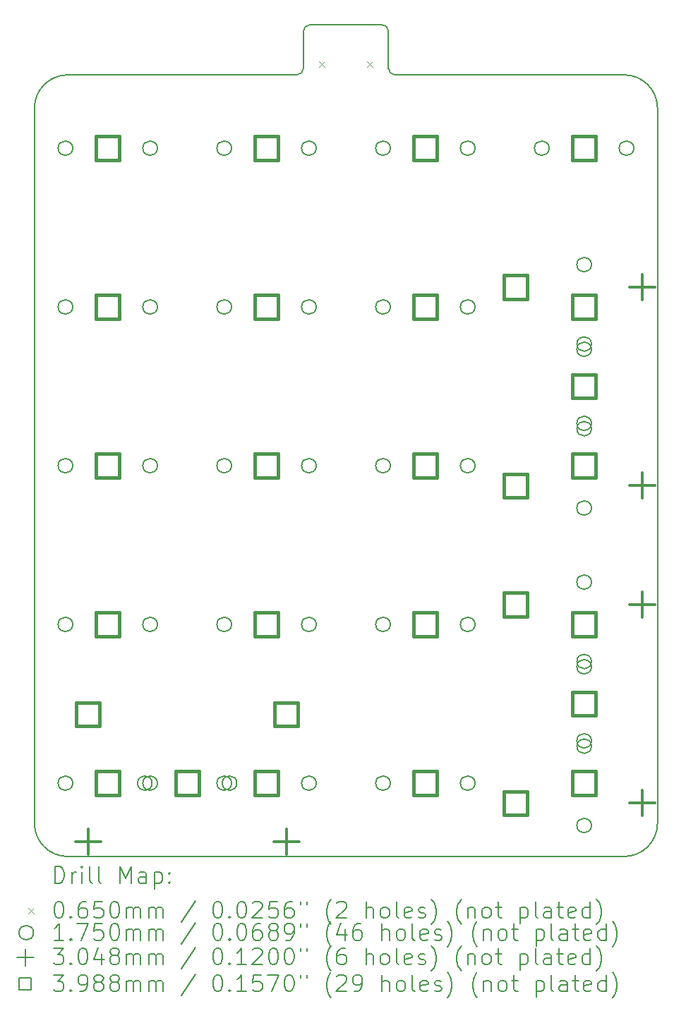
<source format=gbr>
%FSLAX45Y45*%
G04 Gerber Fmt 4.5, Leading zero omitted, Abs format (unit mm)*
G04 Created by KiCad (PCBNEW (6.0.6)) date 2022-08-23 00:03:32*
%MOMM*%
%LPD*%
G01*
G04 APERTURE LIST*
%TA.AperFunction,Profile*%
%ADD10C,0.200000*%
%TD*%
%ADD11C,0.200000*%
%ADD12C,0.065000*%
%ADD13C,0.175000*%
%ADD14C,0.304800*%
%ADD15C,0.398780*%
G04 APERTURE END LIST*
D10*
X6629375Y-4711255D02*
G75*
G03*
X6554375Y-4786250I-5J-74995D01*
G01*
X3726875Y-14691250D02*
X10401875Y-14691250D01*
X10401875Y-14691255D02*
G75*
G03*
X10801875Y-14291250I-5J400005D01*
G01*
X7499375Y-4711250D02*
X6629375Y-4711250D01*
X7574375Y-5231250D02*
X7574375Y-4786250D01*
X6474375Y-5311245D02*
G75*
G03*
X6554375Y-5231250I5J79995D01*
G01*
X7574380Y-5231250D02*
G75*
G03*
X7654375Y-5311250I80000J0D01*
G01*
X10801880Y-5711250D02*
G75*
G03*
X10401875Y-5311250I-400000J0D01*
G01*
X3326875Y-5711250D02*
X3326875Y-14291250D01*
X10801875Y-14291250D02*
X10801875Y-5711250D01*
X10401875Y-5311250D02*
X7654375Y-5311250D01*
X6554375Y-4786250D02*
X6554375Y-5231250D01*
X3326875Y-14291250D02*
G75*
G03*
X3726875Y-14691250I400000J0D01*
G01*
X6474375Y-5311250D02*
X3726875Y-5311250D01*
X7574370Y-4786250D02*
G75*
G03*
X7499375Y-4711250I-75000J0D01*
G01*
X3726875Y-5311250D02*
G75*
G03*
X3326875Y-5711250I0J-400000D01*
G01*
D11*
D12*
X6742875Y-5148750D02*
X6807875Y-5213750D01*
X6807875Y-5148750D02*
X6742875Y-5213750D01*
X7320875Y-5148750D02*
X7385875Y-5213750D01*
X7385875Y-5148750D02*
X7320875Y-5213750D01*
D13*
X3786375Y-6191250D02*
G75*
G03*
X3786375Y-6191250I-87500J0D01*
G01*
X3786375Y-8096250D02*
G75*
G03*
X3786375Y-8096250I-87500J0D01*
G01*
X3786375Y-10001250D02*
G75*
G03*
X3786375Y-10001250I-87500J0D01*
G01*
X3786375Y-11906250D02*
G75*
G03*
X3786375Y-11906250I-87500J0D01*
G01*
X3786375Y-13811250D02*
G75*
G03*
X3786375Y-13811250I-87500J0D01*
G01*
X4738875Y-13811250D02*
G75*
G03*
X4738875Y-13811250I-87500J0D01*
G01*
X4802375Y-6191250D02*
G75*
G03*
X4802375Y-6191250I-87500J0D01*
G01*
X4802375Y-8096250D02*
G75*
G03*
X4802375Y-8096250I-87500J0D01*
G01*
X4802375Y-10001250D02*
G75*
G03*
X4802375Y-10001250I-87500J0D01*
G01*
X4802375Y-11906250D02*
G75*
G03*
X4802375Y-11906250I-87500J0D01*
G01*
X4802375Y-13811250D02*
G75*
G03*
X4802375Y-13811250I-87500J0D01*
G01*
X5691375Y-6191250D02*
G75*
G03*
X5691375Y-6191250I-87500J0D01*
G01*
X5691375Y-8096250D02*
G75*
G03*
X5691375Y-8096250I-87500J0D01*
G01*
X5691375Y-10001250D02*
G75*
G03*
X5691375Y-10001250I-87500J0D01*
G01*
X5691375Y-11906250D02*
G75*
G03*
X5691375Y-11906250I-87500J0D01*
G01*
X5691375Y-13811250D02*
G75*
G03*
X5691375Y-13811250I-87500J0D01*
G01*
X5754875Y-13811250D02*
G75*
G03*
X5754875Y-13811250I-87500J0D01*
G01*
X6707375Y-6191250D02*
G75*
G03*
X6707375Y-6191250I-87500J0D01*
G01*
X6707375Y-8096250D02*
G75*
G03*
X6707375Y-8096250I-87500J0D01*
G01*
X6707375Y-10001250D02*
G75*
G03*
X6707375Y-10001250I-87500J0D01*
G01*
X6707375Y-11906250D02*
G75*
G03*
X6707375Y-11906250I-87500J0D01*
G01*
X6707375Y-13811250D02*
G75*
G03*
X6707375Y-13811250I-87500J0D01*
G01*
X7596375Y-6191250D02*
G75*
G03*
X7596375Y-6191250I-87500J0D01*
G01*
X7596375Y-8096250D02*
G75*
G03*
X7596375Y-8096250I-87500J0D01*
G01*
X7596375Y-10001250D02*
G75*
G03*
X7596375Y-10001250I-87500J0D01*
G01*
X7596375Y-11906250D02*
G75*
G03*
X7596375Y-11906250I-87500J0D01*
G01*
X7596375Y-13811250D02*
G75*
G03*
X7596375Y-13811250I-87500J0D01*
G01*
X8612375Y-6191250D02*
G75*
G03*
X8612375Y-6191250I-87500J0D01*
G01*
X8612375Y-8096250D02*
G75*
G03*
X8612375Y-8096250I-87500J0D01*
G01*
X8612375Y-10001250D02*
G75*
G03*
X8612375Y-10001250I-87500J0D01*
G01*
X8612375Y-11906250D02*
G75*
G03*
X8612375Y-11906250I-87500J0D01*
G01*
X8612375Y-13811250D02*
G75*
G03*
X8612375Y-13811250I-87500J0D01*
G01*
X9501375Y-6191250D02*
G75*
G03*
X9501375Y-6191250I-87500J0D01*
G01*
X10009375Y-7588250D02*
G75*
G03*
X10009375Y-7588250I-87500J0D01*
G01*
X10009375Y-8540750D02*
G75*
G03*
X10009375Y-8540750I-87500J0D01*
G01*
X10009375Y-8604250D02*
G75*
G03*
X10009375Y-8604250I-87500J0D01*
G01*
X10009375Y-9493250D02*
G75*
G03*
X10009375Y-9493250I-87500J0D01*
G01*
X10009375Y-9556750D02*
G75*
G03*
X10009375Y-9556750I-87500J0D01*
G01*
X10009375Y-10509250D02*
G75*
G03*
X10009375Y-10509250I-87500J0D01*
G01*
X10009375Y-11398250D02*
G75*
G03*
X10009375Y-11398250I-87500J0D01*
G01*
X10009375Y-12350750D02*
G75*
G03*
X10009375Y-12350750I-87500J0D01*
G01*
X10009375Y-12414250D02*
G75*
G03*
X10009375Y-12414250I-87500J0D01*
G01*
X10009375Y-13303250D02*
G75*
G03*
X10009375Y-13303250I-87500J0D01*
G01*
X10009375Y-13366750D02*
G75*
G03*
X10009375Y-13366750I-87500J0D01*
G01*
X10009375Y-14319250D02*
G75*
G03*
X10009375Y-14319250I-87500J0D01*
G01*
X10517375Y-6191250D02*
G75*
G03*
X10517375Y-6191250I-87500J0D01*
G01*
D14*
X3968750Y-14357350D02*
X3968750Y-14662150D01*
X3816350Y-14509750D02*
X4121150Y-14509750D01*
X6350000Y-14357350D02*
X6350000Y-14662150D01*
X6197600Y-14509750D02*
X6502400Y-14509750D01*
X10620375Y-7705725D02*
X10620375Y-8010525D01*
X10467975Y-7858125D02*
X10772775Y-7858125D01*
X10620375Y-10086975D02*
X10620375Y-10391775D01*
X10467975Y-10239375D02*
X10772775Y-10239375D01*
X10620375Y-11515725D02*
X10620375Y-11820525D01*
X10467975Y-11668125D02*
X10772775Y-11668125D01*
X10620375Y-13896975D02*
X10620375Y-14201775D01*
X10467975Y-14049375D02*
X10772775Y-14049375D01*
D15*
X4109741Y-13126741D02*
X4109741Y-12844759D01*
X3827759Y-12844759D01*
X3827759Y-13126741D01*
X4109741Y-13126741D01*
X4347866Y-6332241D02*
X4347866Y-6050259D01*
X4065884Y-6050259D01*
X4065884Y-6332241D01*
X4347866Y-6332241D01*
X4347866Y-8237241D02*
X4347866Y-7955259D01*
X4065884Y-7955259D01*
X4065884Y-8237241D01*
X4347866Y-8237241D01*
X4347866Y-10142241D02*
X4347866Y-9860259D01*
X4065884Y-9860259D01*
X4065884Y-10142241D01*
X4347866Y-10142241D01*
X4347866Y-12047241D02*
X4347866Y-11765259D01*
X4065884Y-11765259D01*
X4065884Y-12047241D01*
X4347866Y-12047241D01*
X4347866Y-13952241D02*
X4347866Y-13670259D01*
X4065884Y-13670259D01*
X4065884Y-13952241D01*
X4347866Y-13952241D01*
X5300366Y-13952241D02*
X5300366Y-13670259D01*
X5018384Y-13670259D01*
X5018384Y-13952241D01*
X5300366Y-13952241D01*
X6252866Y-6332241D02*
X6252866Y-6050259D01*
X5970884Y-6050259D01*
X5970884Y-6332241D01*
X6252866Y-6332241D01*
X6252866Y-8237241D02*
X6252866Y-7955259D01*
X5970884Y-7955259D01*
X5970884Y-8237241D01*
X6252866Y-8237241D01*
X6252866Y-10142241D02*
X6252866Y-9860259D01*
X5970884Y-9860259D01*
X5970884Y-10142241D01*
X6252866Y-10142241D01*
X6252866Y-12047241D02*
X6252866Y-11765259D01*
X5970884Y-11765259D01*
X5970884Y-12047241D01*
X6252866Y-12047241D01*
X6252866Y-13952241D02*
X6252866Y-13670259D01*
X5970884Y-13670259D01*
X5970884Y-13952241D01*
X6252866Y-13952241D01*
X6490991Y-13126741D02*
X6490991Y-12844759D01*
X6209009Y-12844759D01*
X6209009Y-13126741D01*
X6490991Y-13126741D01*
X8157866Y-6332241D02*
X8157866Y-6050259D01*
X7875884Y-6050259D01*
X7875884Y-6332241D01*
X8157866Y-6332241D01*
X8157866Y-8237241D02*
X8157866Y-7955259D01*
X7875884Y-7955259D01*
X7875884Y-8237241D01*
X8157866Y-8237241D01*
X8157866Y-10142241D02*
X8157866Y-9860259D01*
X7875884Y-9860259D01*
X7875884Y-10142241D01*
X8157866Y-10142241D01*
X8157866Y-12047241D02*
X8157866Y-11765259D01*
X7875884Y-11765259D01*
X7875884Y-12047241D01*
X8157866Y-12047241D01*
X8157866Y-13952241D02*
X8157866Y-13670259D01*
X7875884Y-13670259D01*
X7875884Y-13952241D01*
X8157866Y-13952241D01*
X9237366Y-7999116D02*
X9237366Y-7717134D01*
X8955384Y-7717134D01*
X8955384Y-7999116D01*
X9237366Y-7999116D01*
X9237366Y-10380366D02*
X9237366Y-10098384D01*
X8955384Y-10098384D01*
X8955384Y-10380366D01*
X9237366Y-10380366D01*
X9237366Y-11809116D02*
X9237366Y-11527134D01*
X8955384Y-11527134D01*
X8955384Y-11809116D01*
X9237366Y-11809116D01*
X9237366Y-14190366D02*
X9237366Y-13908384D01*
X8955384Y-13908384D01*
X8955384Y-14190366D01*
X9237366Y-14190366D01*
X10062866Y-6332241D02*
X10062866Y-6050259D01*
X9780884Y-6050259D01*
X9780884Y-6332241D01*
X10062866Y-6332241D01*
X10062866Y-8237241D02*
X10062866Y-7955259D01*
X9780884Y-7955259D01*
X9780884Y-8237241D01*
X10062866Y-8237241D01*
X10062866Y-9189741D02*
X10062866Y-8907759D01*
X9780884Y-8907759D01*
X9780884Y-9189741D01*
X10062866Y-9189741D01*
X10062866Y-10142241D02*
X10062866Y-9860259D01*
X9780884Y-9860259D01*
X9780884Y-10142241D01*
X10062866Y-10142241D01*
X10062866Y-12047241D02*
X10062866Y-11765259D01*
X9780884Y-11765259D01*
X9780884Y-12047241D01*
X10062866Y-12047241D01*
X10062866Y-12999741D02*
X10062866Y-12717759D01*
X9780884Y-12717759D01*
X9780884Y-12999741D01*
X10062866Y-12999741D01*
X10062866Y-13952241D02*
X10062866Y-13670259D01*
X9780884Y-13670259D01*
X9780884Y-13952241D01*
X10062866Y-13952241D01*
D11*
X3574494Y-15011726D02*
X3574494Y-14811726D01*
X3622113Y-14811726D01*
X3650684Y-14821250D01*
X3669732Y-14840298D01*
X3679256Y-14859345D01*
X3688780Y-14897440D01*
X3688780Y-14926012D01*
X3679256Y-14964107D01*
X3669732Y-14983155D01*
X3650684Y-15002202D01*
X3622113Y-15011726D01*
X3574494Y-15011726D01*
X3774494Y-15011726D02*
X3774494Y-14878393D01*
X3774494Y-14916488D02*
X3784018Y-14897440D01*
X3793541Y-14887917D01*
X3812589Y-14878393D01*
X3831637Y-14878393D01*
X3898303Y-15011726D02*
X3898303Y-14878393D01*
X3898303Y-14811726D02*
X3888780Y-14821250D01*
X3898303Y-14830774D01*
X3907827Y-14821250D01*
X3898303Y-14811726D01*
X3898303Y-14830774D01*
X4022113Y-15011726D02*
X4003065Y-15002202D01*
X3993541Y-14983155D01*
X3993541Y-14811726D01*
X4126875Y-15011726D02*
X4107827Y-15002202D01*
X4098303Y-14983155D01*
X4098303Y-14811726D01*
X4355446Y-15011726D02*
X4355446Y-14811726D01*
X4422113Y-14954583D01*
X4488780Y-14811726D01*
X4488780Y-15011726D01*
X4669732Y-15011726D02*
X4669732Y-14906964D01*
X4660208Y-14887917D01*
X4641161Y-14878393D01*
X4603065Y-14878393D01*
X4584018Y-14887917D01*
X4669732Y-15002202D02*
X4650684Y-15011726D01*
X4603065Y-15011726D01*
X4584018Y-15002202D01*
X4574494Y-14983155D01*
X4574494Y-14964107D01*
X4584018Y-14945059D01*
X4603065Y-14935536D01*
X4650684Y-14935536D01*
X4669732Y-14926012D01*
X4764970Y-14878393D02*
X4764970Y-15078393D01*
X4764970Y-14887917D02*
X4784018Y-14878393D01*
X4822113Y-14878393D01*
X4841161Y-14887917D01*
X4850684Y-14897440D01*
X4860208Y-14916488D01*
X4860208Y-14973631D01*
X4850684Y-14992678D01*
X4841161Y-15002202D01*
X4822113Y-15011726D01*
X4784018Y-15011726D01*
X4764970Y-15002202D01*
X4945923Y-14992678D02*
X4955446Y-15002202D01*
X4945923Y-15011726D01*
X4936399Y-15002202D01*
X4945923Y-14992678D01*
X4945923Y-15011726D01*
X4945923Y-14887917D02*
X4955446Y-14897440D01*
X4945923Y-14906964D01*
X4936399Y-14897440D01*
X4945923Y-14887917D01*
X4945923Y-14906964D01*
D12*
X3251875Y-15308750D02*
X3316875Y-15373750D01*
X3316875Y-15308750D02*
X3251875Y-15373750D01*
D11*
X3612589Y-15231726D02*
X3631637Y-15231726D01*
X3650684Y-15241250D01*
X3660208Y-15250774D01*
X3669732Y-15269821D01*
X3679256Y-15307917D01*
X3679256Y-15355536D01*
X3669732Y-15393631D01*
X3660208Y-15412678D01*
X3650684Y-15422202D01*
X3631637Y-15431726D01*
X3612589Y-15431726D01*
X3593541Y-15422202D01*
X3584018Y-15412678D01*
X3574494Y-15393631D01*
X3564970Y-15355536D01*
X3564970Y-15307917D01*
X3574494Y-15269821D01*
X3584018Y-15250774D01*
X3593541Y-15241250D01*
X3612589Y-15231726D01*
X3764970Y-15412678D02*
X3774494Y-15422202D01*
X3764970Y-15431726D01*
X3755446Y-15422202D01*
X3764970Y-15412678D01*
X3764970Y-15431726D01*
X3945922Y-15231726D02*
X3907827Y-15231726D01*
X3888780Y-15241250D01*
X3879256Y-15250774D01*
X3860208Y-15279345D01*
X3850684Y-15317440D01*
X3850684Y-15393631D01*
X3860208Y-15412678D01*
X3869732Y-15422202D01*
X3888780Y-15431726D01*
X3926875Y-15431726D01*
X3945922Y-15422202D01*
X3955446Y-15412678D01*
X3964970Y-15393631D01*
X3964970Y-15346012D01*
X3955446Y-15326964D01*
X3945922Y-15317440D01*
X3926875Y-15307917D01*
X3888780Y-15307917D01*
X3869732Y-15317440D01*
X3860208Y-15326964D01*
X3850684Y-15346012D01*
X4145922Y-15231726D02*
X4050684Y-15231726D01*
X4041161Y-15326964D01*
X4050684Y-15317440D01*
X4069732Y-15307917D01*
X4117351Y-15307917D01*
X4136399Y-15317440D01*
X4145922Y-15326964D01*
X4155446Y-15346012D01*
X4155446Y-15393631D01*
X4145922Y-15412678D01*
X4136399Y-15422202D01*
X4117351Y-15431726D01*
X4069732Y-15431726D01*
X4050684Y-15422202D01*
X4041161Y-15412678D01*
X4279256Y-15231726D02*
X4298303Y-15231726D01*
X4317351Y-15241250D01*
X4326875Y-15250774D01*
X4336399Y-15269821D01*
X4345923Y-15307917D01*
X4345923Y-15355536D01*
X4336399Y-15393631D01*
X4326875Y-15412678D01*
X4317351Y-15422202D01*
X4298303Y-15431726D01*
X4279256Y-15431726D01*
X4260208Y-15422202D01*
X4250684Y-15412678D01*
X4241161Y-15393631D01*
X4231637Y-15355536D01*
X4231637Y-15307917D01*
X4241161Y-15269821D01*
X4250684Y-15250774D01*
X4260208Y-15241250D01*
X4279256Y-15231726D01*
X4431637Y-15431726D02*
X4431637Y-15298393D01*
X4431637Y-15317440D02*
X4441161Y-15307917D01*
X4460208Y-15298393D01*
X4488780Y-15298393D01*
X4507827Y-15307917D01*
X4517351Y-15326964D01*
X4517351Y-15431726D01*
X4517351Y-15326964D02*
X4526875Y-15307917D01*
X4545923Y-15298393D01*
X4574494Y-15298393D01*
X4593542Y-15307917D01*
X4603065Y-15326964D01*
X4603065Y-15431726D01*
X4698303Y-15431726D02*
X4698303Y-15298393D01*
X4698303Y-15317440D02*
X4707827Y-15307917D01*
X4726875Y-15298393D01*
X4755446Y-15298393D01*
X4774494Y-15307917D01*
X4784018Y-15326964D01*
X4784018Y-15431726D01*
X4784018Y-15326964D02*
X4793542Y-15307917D01*
X4812589Y-15298393D01*
X4841161Y-15298393D01*
X4860208Y-15307917D01*
X4869732Y-15326964D01*
X4869732Y-15431726D01*
X5260208Y-15222202D02*
X5088780Y-15479345D01*
X5517351Y-15231726D02*
X5536399Y-15231726D01*
X5555446Y-15241250D01*
X5564970Y-15250774D01*
X5574494Y-15269821D01*
X5584018Y-15307917D01*
X5584018Y-15355536D01*
X5574494Y-15393631D01*
X5564970Y-15412678D01*
X5555446Y-15422202D01*
X5536399Y-15431726D01*
X5517351Y-15431726D01*
X5498303Y-15422202D01*
X5488780Y-15412678D01*
X5479256Y-15393631D01*
X5469732Y-15355536D01*
X5469732Y-15307917D01*
X5479256Y-15269821D01*
X5488780Y-15250774D01*
X5498303Y-15241250D01*
X5517351Y-15231726D01*
X5669732Y-15412678D02*
X5679256Y-15422202D01*
X5669732Y-15431726D01*
X5660208Y-15422202D01*
X5669732Y-15412678D01*
X5669732Y-15431726D01*
X5803065Y-15231726D02*
X5822113Y-15231726D01*
X5841161Y-15241250D01*
X5850684Y-15250774D01*
X5860208Y-15269821D01*
X5869732Y-15307917D01*
X5869732Y-15355536D01*
X5860208Y-15393631D01*
X5850684Y-15412678D01*
X5841161Y-15422202D01*
X5822113Y-15431726D01*
X5803065Y-15431726D01*
X5784018Y-15422202D01*
X5774494Y-15412678D01*
X5764970Y-15393631D01*
X5755446Y-15355536D01*
X5755446Y-15307917D01*
X5764970Y-15269821D01*
X5774494Y-15250774D01*
X5784018Y-15241250D01*
X5803065Y-15231726D01*
X5945922Y-15250774D02*
X5955446Y-15241250D01*
X5974494Y-15231726D01*
X6022113Y-15231726D01*
X6041161Y-15241250D01*
X6050684Y-15250774D01*
X6060208Y-15269821D01*
X6060208Y-15288869D01*
X6050684Y-15317440D01*
X5936399Y-15431726D01*
X6060208Y-15431726D01*
X6241161Y-15231726D02*
X6145922Y-15231726D01*
X6136399Y-15326964D01*
X6145922Y-15317440D01*
X6164970Y-15307917D01*
X6212589Y-15307917D01*
X6231637Y-15317440D01*
X6241161Y-15326964D01*
X6250684Y-15346012D01*
X6250684Y-15393631D01*
X6241161Y-15412678D01*
X6231637Y-15422202D01*
X6212589Y-15431726D01*
X6164970Y-15431726D01*
X6145922Y-15422202D01*
X6136399Y-15412678D01*
X6422113Y-15231726D02*
X6384018Y-15231726D01*
X6364970Y-15241250D01*
X6355446Y-15250774D01*
X6336399Y-15279345D01*
X6326875Y-15317440D01*
X6326875Y-15393631D01*
X6336399Y-15412678D01*
X6345922Y-15422202D01*
X6364970Y-15431726D01*
X6403065Y-15431726D01*
X6422113Y-15422202D01*
X6431637Y-15412678D01*
X6441161Y-15393631D01*
X6441161Y-15346012D01*
X6431637Y-15326964D01*
X6422113Y-15317440D01*
X6403065Y-15307917D01*
X6364970Y-15307917D01*
X6345922Y-15317440D01*
X6336399Y-15326964D01*
X6326875Y-15346012D01*
X6517351Y-15231726D02*
X6517351Y-15269821D01*
X6593541Y-15231726D02*
X6593541Y-15269821D01*
X6888780Y-15507917D02*
X6879256Y-15498393D01*
X6860208Y-15469821D01*
X6850684Y-15450774D01*
X6841161Y-15422202D01*
X6831637Y-15374583D01*
X6831637Y-15336488D01*
X6841161Y-15288869D01*
X6850684Y-15260298D01*
X6860208Y-15241250D01*
X6879256Y-15212678D01*
X6888780Y-15203155D01*
X6955446Y-15250774D02*
X6964970Y-15241250D01*
X6984018Y-15231726D01*
X7031637Y-15231726D01*
X7050684Y-15241250D01*
X7060208Y-15250774D01*
X7069732Y-15269821D01*
X7069732Y-15288869D01*
X7060208Y-15317440D01*
X6945922Y-15431726D01*
X7069732Y-15431726D01*
X7307827Y-15431726D02*
X7307827Y-15231726D01*
X7393541Y-15431726D02*
X7393541Y-15326964D01*
X7384018Y-15307917D01*
X7364970Y-15298393D01*
X7336399Y-15298393D01*
X7317351Y-15307917D01*
X7307827Y-15317440D01*
X7517351Y-15431726D02*
X7498303Y-15422202D01*
X7488780Y-15412678D01*
X7479256Y-15393631D01*
X7479256Y-15336488D01*
X7488780Y-15317440D01*
X7498303Y-15307917D01*
X7517351Y-15298393D01*
X7545922Y-15298393D01*
X7564970Y-15307917D01*
X7574494Y-15317440D01*
X7584018Y-15336488D01*
X7584018Y-15393631D01*
X7574494Y-15412678D01*
X7564970Y-15422202D01*
X7545922Y-15431726D01*
X7517351Y-15431726D01*
X7698303Y-15431726D02*
X7679256Y-15422202D01*
X7669732Y-15403155D01*
X7669732Y-15231726D01*
X7850684Y-15422202D02*
X7831637Y-15431726D01*
X7793541Y-15431726D01*
X7774494Y-15422202D01*
X7764970Y-15403155D01*
X7764970Y-15326964D01*
X7774494Y-15307917D01*
X7793541Y-15298393D01*
X7831637Y-15298393D01*
X7850684Y-15307917D01*
X7860208Y-15326964D01*
X7860208Y-15346012D01*
X7764970Y-15365059D01*
X7936399Y-15422202D02*
X7955446Y-15431726D01*
X7993541Y-15431726D01*
X8012589Y-15422202D01*
X8022113Y-15403155D01*
X8022113Y-15393631D01*
X8012589Y-15374583D01*
X7993541Y-15365059D01*
X7964970Y-15365059D01*
X7945922Y-15355536D01*
X7936399Y-15336488D01*
X7936399Y-15326964D01*
X7945922Y-15307917D01*
X7964970Y-15298393D01*
X7993541Y-15298393D01*
X8012589Y-15307917D01*
X8088780Y-15507917D02*
X8098303Y-15498393D01*
X8117351Y-15469821D01*
X8126875Y-15450774D01*
X8136399Y-15422202D01*
X8145922Y-15374583D01*
X8145922Y-15336488D01*
X8136399Y-15288869D01*
X8126875Y-15260298D01*
X8117351Y-15241250D01*
X8098303Y-15212678D01*
X8088780Y-15203155D01*
X8450684Y-15507917D02*
X8441161Y-15498393D01*
X8422113Y-15469821D01*
X8412589Y-15450774D01*
X8403065Y-15422202D01*
X8393542Y-15374583D01*
X8393542Y-15336488D01*
X8403065Y-15288869D01*
X8412589Y-15260298D01*
X8422113Y-15241250D01*
X8441161Y-15212678D01*
X8450684Y-15203155D01*
X8526875Y-15298393D02*
X8526875Y-15431726D01*
X8526875Y-15317440D02*
X8536399Y-15307917D01*
X8555446Y-15298393D01*
X8584018Y-15298393D01*
X8603065Y-15307917D01*
X8612589Y-15326964D01*
X8612589Y-15431726D01*
X8736399Y-15431726D02*
X8717351Y-15422202D01*
X8707827Y-15412678D01*
X8698303Y-15393631D01*
X8698303Y-15336488D01*
X8707827Y-15317440D01*
X8717351Y-15307917D01*
X8736399Y-15298393D01*
X8764970Y-15298393D01*
X8784018Y-15307917D01*
X8793542Y-15317440D01*
X8803065Y-15336488D01*
X8803065Y-15393631D01*
X8793542Y-15412678D01*
X8784018Y-15422202D01*
X8764970Y-15431726D01*
X8736399Y-15431726D01*
X8860208Y-15298393D02*
X8936399Y-15298393D01*
X8888780Y-15231726D02*
X8888780Y-15403155D01*
X8898303Y-15422202D01*
X8917351Y-15431726D01*
X8936399Y-15431726D01*
X9155446Y-15298393D02*
X9155446Y-15498393D01*
X9155446Y-15307917D02*
X9174494Y-15298393D01*
X9212589Y-15298393D01*
X9231637Y-15307917D01*
X9241161Y-15317440D01*
X9250684Y-15336488D01*
X9250684Y-15393631D01*
X9241161Y-15412678D01*
X9231637Y-15422202D01*
X9212589Y-15431726D01*
X9174494Y-15431726D01*
X9155446Y-15422202D01*
X9364970Y-15431726D02*
X9345923Y-15422202D01*
X9336399Y-15403155D01*
X9336399Y-15231726D01*
X9526875Y-15431726D02*
X9526875Y-15326964D01*
X9517351Y-15307917D01*
X9498303Y-15298393D01*
X9460208Y-15298393D01*
X9441161Y-15307917D01*
X9526875Y-15422202D02*
X9507827Y-15431726D01*
X9460208Y-15431726D01*
X9441161Y-15422202D01*
X9431637Y-15403155D01*
X9431637Y-15384107D01*
X9441161Y-15365059D01*
X9460208Y-15355536D01*
X9507827Y-15355536D01*
X9526875Y-15346012D01*
X9593542Y-15298393D02*
X9669732Y-15298393D01*
X9622113Y-15231726D02*
X9622113Y-15403155D01*
X9631637Y-15422202D01*
X9650684Y-15431726D01*
X9669732Y-15431726D01*
X9812589Y-15422202D02*
X9793542Y-15431726D01*
X9755446Y-15431726D01*
X9736399Y-15422202D01*
X9726875Y-15403155D01*
X9726875Y-15326964D01*
X9736399Y-15307917D01*
X9755446Y-15298393D01*
X9793542Y-15298393D01*
X9812589Y-15307917D01*
X9822113Y-15326964D01*
X9822113Y-15346012D01*
X9726875Y-15365059D01*
X9993542Y-15431726D02*
X9993542Y-15231726D01*
X9993542Y-15422202D02*
X9974494Y-15431726D01*
X9936399Y-15431726D01*
X9917351Y-15422202D01*
X9907827Y-15412678D01*
X9898303Y-15393631D01*
X9898303Y-15336488D01*
X9907827Y-15317440D01*
X9917351Y-15307917D01*
X9936399Y-15298393D01*
X9974494Y-15298393D01*
X9993542Y-15307917D01*
X10069732Y-15507917D02*
X10079256Y-15498393D01*
X10098303Y-15469821D01*
X10107827Y-15450774D01*
X10117351Y-15422202D01*
X10126875Y-15374583D01*
X10126875Y-15336488D01*
X10117351Y-15288869D01*
X10107827Y-15260298D01*
X10098303Y-15241250D01*
X10079256Y-15212678D01*
X10069732Y-15203155D01*
D13*
X3316875Y-15605250D02*
G75*
G03*
X3316875Y-15605250I-87500J0D01*
G01*
D11*
X3679256Y-15695726D02*
X3564970Y-15695726D01*
X3622113Y-15695726D02*
X3622113Y-15495726D01*
X3603065Y-15524298D01*
X3584018Y-15543345D01*
X3564970Y-15552869D01*
X3764970Y-15676678D02*
X3774494Y-15686202D01*
X3764970Y-15695726D01*
X3755446Y-15686202D01*
X3764970Y-15676678D01*
X3764970Y-15695726D01*
X3841161Y-15495726D02*
X3974494Y-15495726D01*
X3888780Y-15695726D01*
X4145922Y-15495726D02*
X4050684Y-15495726D01*
X4041161Y-15590964D01*
X4050684Y-15581440D01*
X4069732Y-15571917D01*
X4117351Y-15571917D01*
X4136399Y-15581440D01*
X4145922Y-15590964D01*
X4155446Y-15610012D01*
X4155446Y-15657631D01*
X4145922Y-15676678D01*
X4136399Y-15686202D01*
X4117351Y-15695726D01*
X4069732Y-15695726D01*
X4050684Y-15686202D01*
X4041161Y-15676678D01*
X4279256Y-15495726D02*
X4298303Y-15495726D01*
X4317351Y-15505250D01*
X4326875Y-15514774D01*
X4336399Y-15533821D01*
X4345923Y-15571917D01*
X4345923Y-15619536D01*
X4336399Y-15657631D01*
X4326875Y-15676678D01*
X4317351Y-15686202D01*
X4298303Y-15695726D01*
X4279256Y-15695726D01*
X4260208Y-15686202D01*
X4250684Y-15676678D01*
X4241161Y-15657631D01*
X4231637Y-15619536D01*
X4231637Y-15571917D01*
X4241161Y-15533821D01*
X4250684Y-15514774D01*
X4260208Y-15505250D01*
X4279256Y-15495726D01*
X4431637Y-15695726D02*
X4431637Y-15562393D01*
X4431637Y-15581440D02*
X4441161Y-15571917D01*
X4460208Y-15562393D01*
X4488780Y-15562393D01*
X4507827Y-15571917D01*
X4517351Y-15590964D01*
X4517351Y-15695726D01*
X4517351Y-15590964D02*
X4526875Y-15571917D01*
X4545923Y-15562393D01*
X4574494Y-15562393D01*
X4593542Y-15571917D01*
X4603065Y-15590964D01*
X4603065Y-15695726D01*
X4698303Y-15695726D02*
X4698303Y-15562393D01*
X4698303Y-15581440D02*
X4707827Y-15571917D01*
X4726875Y-15562393D01*
X4755446Y-15562393D01*
X4774494Y-15571917D01*
X4784018Y-15590964D01*
X4784018Y-15695726D01*
X4784018Y-15590964D02*
X4793542Y-15571917D01*
X4812589Y-15562393D01*
X4841161Y-15562393D01*
X4860208Y-15571917D01*
X4869732Y-15590964D01*
X4869732Y-15695726D01*
X5260208Y-15486202D02*
X5088780Y-15743345D01*
X5517351Y-15495726D02*
X5536399Y-15495726D01*
X5555446Y-15505250D01*
X5564970Y-15514774D01*
X5574494Y-15533821D01*
X5584018Y-15571917D01*
X5584018Y-15619536D01*
X5574494Y-15657631D01*
X5564970Y-15676678D01*
X5555446Y-15686202D01*
X5536399Y-15695726D01*
X5517351Y-15695726D01*
X5498303Y-15686202D01*
X5488780Y-15676678D01*
X5479256Y-15657631D01*
X5469732Y-15619536D01*
X5469732Y-15571917D01*
X5479256Y-15533821D01*
X5488780Y-15514774D01*
X5498303Y-15505250D01*
X5517351Y-15495726D01*
X5669732Y-15676678D02*
X5679256Y-15686202D01*
X5669732Y-15695726D01*
X5660208Y-15686202D01*
X5669732Y-15676678D01*
X5669732Y-15695726D01*
X5803065Y-15495726D02*
X5822113Y-15495726D01*
X5841161Y-15505250D01*
X5850684Y-15514774D01*
X5860208Y-15533821D01*
X5869732Y-15571917D01*
X5869732Y-15619536D01*
X5860208Y-15657631D01*
X5850684Y-15676678D01*
X5841161Y-15686202D01*
X5822113Y-15695726D01*
X5803065Y-15695726D01*
X5784018Y-15686202D01*
X5774494Y-15676678D01*
X5764970Y-15657631D01*
X5755446Y-15619536D01*
X5755446Y-15571917D01*
X5764970Y-15533821D01*
X5774494Y-15514774D01*
X5784018Y-15505250D01*
X5803065Y-15495726D01*
X6041161Y-15495726D02*
X6003065Y-15495726D01*
X5984018Y-15505250D01*
X5974494Y-15514774D01*
X5955446Y-15543345D01*
X5945922Y-15581440D01*
X5945922Y-15657631D01*
X5955446Y-15676678D01*
X5964970Y-15686202D01*
X5984018Y-15695726D01*
X6022113Y-15695726D01*
X6041161Y-15686202D01*
X6050684Y-15676678D01*
X6060208Y-15657631D01*
X6060208Y-15610012D01*
X6050684Y-15590964D01*
X6041161Y-15581440D01*
X6022113Y-15571917D01*
X5984018Y-15571917D01*
X5964970Y-15581440D01*
X5955446Y-15590964D01*
X5945922Y-15610012D01*
X6174494Y-15581440D02*
X6155446Y-15571917D01*
X6145922Y-15562393D01*
X6136399Y-15543345D01*
X6136399Y-15533821D01*
X6145922Y-15514774D01*
X6155446Y-15505250D01*
X6174494Y-15495726D01*
X6212589Y-15495726D01*
X6231637Y-15505250D01*
X6241161Y-15514774D01*
X6250684Y-15533821D01*
X6250684Y-15543345D01*
X6241161Y-15562393D01*
X6231637Y-15571917D01*
X6212589Y-15581440D01*
X6174494Y-15581440D01*
X6155446Y-15590964D01*
X6145922Y-15600488D01*
X6136399Y-15619536D01*
X6136399Y-15657631D01*
X6145922Y-15676678D01*
X6155446Y-15686202D01*
X6174494Y-15695726D01*
X6212589Y-15695726D01*
X6231637Y-15686202D01*
X6241161Y-15676678D01*
X6250684Y-15657631D01*
X6250684Y-15619536D01*
X6241161Y-15600488D01*
X6231637Y-15590964D01*
X6212589Y-15581440D01*
X6345922Y-15695726D02*
X6384018Y-15695726D01*
X6403065Y-15686202D01*
X6412589Y-15676678D01*
X6431637Y-15648107D01*
X6441161Y-15610012D01*
X6441161Y-15533821D01*
X6431637Y-15514774D01*
X6422113Y-15505250D01*
X6403065Y-15495726D01*
X6364970Y-15495726D01*
X6345922Y-15505250D01*
X6336399Y-15514774D01*
X6326875Y-15533821D01*
X6326875Y-15581440D01*
X6336399Y-15600488D01*
X6345922Y-15610012D01*
X6364970Y-15619536D01*
X6403065Y-15619536D01*
X6422113Y-15610012D01*
X6431637Y-15600488D01*
X6441161Y-15581440D01*
X6517351Y-15495726D02*
X6517351Y-15533821D01*
X6593541Y-15495726D02*
X6593541Y-15533821D01*
X6888780Y-15771917D02*
X6879256Y-15762393D01*
X6860208Y-15733821D01*
X6850684Y-15714774D01*
X6841161Y-15686202D01*
X6831637Y-15638583D01*
X6831637Y-15600488D01*
X6841161Y-15552869D01*
X6850684Y-15524298D01*
X6860208Y-15505250D01*
X6879256Y-15476678D01*
X6888780Y-15467155D01*
X7050684Y-15562393D02*
X7050684Y-15695726D01*
X7003065Y-15486202D02*
X6955446Y-15629059D01*
X7079256Y-15629059D01*
X7241161Y-15495726D02*
X7203065Y-15495726D01*
X7184018Y-15505250D01*
X7174494Y-15514774D01*
X7155446Y-15543345D01*
X7145922Y-15581440D01*
X7145922Y-15657631D01*
X7155446Y-15676678D01*
X7164970Y-15686202D01*
X7184018Y-15695726D01*
X7222113Y-15695726D01*
X7241161Y-15686202D01*
X7250684Y-15676678D01*
X7260208Y-15657631D01*
X7260208Y-15610012D01*
X7250684Y-15590964D01*
X7241161Y-15581440D01*
X7222113Y-15571917D01*
X7184018Y-15571917D01*
X7164970Y-15581440D01*
X7155446Y-15590964D01*
X7145922Y-15610012D01*
X7498303Y-15695726D02*
X7498303Y-15495726D01*
X7584018Y-15695726D02*
X7584018Y-15590964D01*
X7574494Y-15571917D01*
X7555446Y-15562393D01*
X7526875Y-15562393D01*
X7507827Y-15571917D01*
X7498303Y-15581440D01*
X7707827Y-15695726D02*
X7688780Y-15686202D01*
X7679256Y-15676678D01*
X7669732Y-15657631D01*
X7669732Y-15600488D01*
X7679256Y-15581440D01*
X7688780Y-15571917D01*
X7707827Y-15562393D01*
X7736399Y-15562393D01*
X7755446Y-15571917D01*
X7764970Y-15581440D01*
X7774494Y-15600488D01*
X7774494Y-15657631D01*
X7764970Y-15676678D01*
X7755446Y-15686202D01*
X7736399Y-15695726D01*
X7707827Y-15695726D01*
X7888780Y-15695726D02*
X7869732Y-15686202D01*
X7860208Y-15667155D01*
X7860208Y-15495726D01*
X8041161Y-15686202D02*
X8022113Y-15695726D01*
X7984018Y-15695726D01*
X7964970Y-15686202D01*
X7955446Y-15667155D01*
X7955446Y-15590964D01*
X7964970Y-15571917D01*
X7984018Y-15562393D01*
X8022113Y-15562393D01*
X8041161Y-15571917D01*
X8050684Y-15590964D01*
X8050684Y-15610012D01*
X7955446Y-15629059D01*
X8126875Y-15686202D02*
X8145922Y-15695726D01*
X8184018Y-15695726D01*
X8203065Y-15686202D01*
X8212589Y-15667155D01*
X8212589Y-15657631D01*
X8203065Y-15638583D01*
X8184018Y-15629059D01*
X8155446Y-15629059D01*
X8136399Y-15619536D01*
X8126875Y-15600488D01*
X8126875Y-15590964D01*
X8136399Y-15571917D01*
X8155446Y-15562393D01*
X8184018Y-15562393D01*
X8203065Y-15571917D01*
X8279256Y-15771917D02*
X8288780Y-15762393D01*
X8307827Y-15733821D01*
X8317351Y-15714774D01*
X8326875Y-15686202D01*
X8336399Y-15638583D01*
X8336399Y-15600488D01*
X8326875Y-15552869D01*
X8317351Y-15524298D01*
X8307827Y-15505250D01*
X8288780Y-15476678D01*
X8279256Y-15467155D01*
X8641161Y-15771917D02*
X8631637Y-15762393D01*
X8612589Y-15733821D01*
X8603065Y-15714774D01*
X8593542Y-15686202D01*
X8584018Y-15638583D01*
X8584018Y-15600488D01*
X8593542Y-15552869D01*
X8603065Y-15524298D01*
X8612589Y-15505250D01*
X8631637Y-15476678D01*
X8641161Y-15467155D01*
X8717351Y-15562393D02*
X8717351Y-15695726D01*
X8717351Y-15581440D02*
X8726875Y-15571917D01*
X8745923Y-15562393D01*
X8774494Y-15562393D01*
X8793542Y-15571917D01*
X8803065Y-15590964D01*
X8803065Y-15695726D01*
X8926875Y-15695726D02*
X8907827Y-15686202D01*
X8898303Y-15676678D01*
X8888780Y-15657631D01*
X8888780Y-15600488D01*
X8898303Y-15581440D01*
X8907827Y-15571917D01*
X8926875Y-15562393D01*
X8955446Y-15562393D01*
X8974494Y-15571917D01*
X8984018Y-15581440D01*
X8993542Y-15600488D01*
X8993542Y-15657631D01*
X8984018Y-15676678D01*
X8974494Y-15686202D01*
X8955446Y-15695726D01*
X8926875Y-15695726D01*
X9050684Y-15562393D02*
X9126875Y-15562393D01*
X9079256Y-15495726D02*
X9079256Y-15667155D01*
X9088780Y-15686202D01*
X9107827Y-15695726D01*
X9126875Y-15695726D01*
X9345923Y-15562393D02*
X9345923Y-15762393D01*
X9345923Y-15571917D02*
X9364970Y-15562393D01*
X9403065Y-15562393D01*
X9422113Y-15571917D01*
X9431637Y-15581440D01*
X9441161Y-15600488D01*
X9441161Y-15657631D01*
X9431637Y-15676678D01*
X9422113Y-15686202D01*
X9403065Y-15695726D01*
X9364970Y-15695726D01*
X9345923Y-15686202D01*
X9555446Y-15695726D02*
X9536399Y-15686202D01*
X9526875Y-15667155D01*
X9526875Y-15495726D01*
X9717351Y-15695726D02*
X9717351Y-15590964D01*
X9707827Y-15571917D01*
X9688780Y-15562393D01*
X9650684Y-15562393D01*
X9631637Y-15571917D01*
X9717351Y-15686202D02*
X9698303Y-15695726D01*
X9650684Y-15695726D01*
X9631637Y-15686202D01*
X9622113Y-15667155D01*
X9622113Y-15648107D01*
X9631637Y-15629059D01*
X9650684Y-15619536D01*
X9698303Y-15619536D01*
X9717351Y-15610012D01*
X9784018Y-15562393D02*
X9860208Y-15562393D01*
X9812589Y-15495726D02*
X9812589Y-15667155D01*
X9822113Y-15686202D01*
X9841161Y-15695726D01*
X9860208Y-15695726D01*
X10003065Y-15686202D02*
X9984018Y-15695726D01*
X9945923Y-15695726D01*
X9926875Y-15686202D01*
X9917351Y-15667155D01*
X9917351Y-15590964D01*
X9926875Y-15571917D01*
X9945923Y-15562393D01*
X9984018Y-15562393D01*
X10003065Y-15571917D01*
X10012589Y-15590964D01*
X10012589Y-15610012D01*
X9917351Y-15629059D01*
X10184018Y-15695726D02*
X10184018Y-15495726D01*
X10184018Y-15686202D02*
X10164970Y-15695726D01*
X10126875Y-15695726D01*
X10107827Y-15686202D01*
X10098303Y-15676678D01*
X10088780Y-15657631D01*
X10088780Y-15600488D01*
X10098303Y-15581440D01*
X10107827Y-15571917D01*
X10126875Y-15562393D01*
X10164970Y-15562393D01*
X10184018Y-15571917D01*
X10260208Y-15771917D02*
X10269732Y-15762393D01*
X10288780Y-15733821D01*
X10298303Y-15714774D01*
X10307827Y-15686202D01*
X10317351Y-15638583D01*
X10317351Y-15600488D01*
X10307827Y-15552869D01*
X10298303Y-15524298D01*
X10288780Y-15505250D01*
X10269732Y-15476678D01*
X10260208Y-15467155D01*
X3216875Y-15800250D02*
X3216875Y-16000250D01*
X3116875Y-15900250D02*
X3316875Y-15900250D01*
X3555446Y-15790726D02*
X3679256Y-15790726D01*
X3612589Y-15866917D01*
X3641161Y-15866917D01*
X3660208Y-15876440D01*
X3669732Y-15885964D01*
X3679256Y-15905012D01*
X3679256Y-15952631D01*
X3669732Y-15971678D01*
X3660208Y-15981202D01*
X3641161Y-15990726D01*
X3584018Y-15990726D01*
X3564970Y-15981202D01*
X3555446Y-15971678D01*
X3764970Y-15971678D02*
X3774494Y-15981202D01*
X3764970Y-15990726D01*
X3755446Y-15981202D01*
X3764970Y-15971678D01*
X3764970Y-15990726D01*
X3898303Y-15790726D02*
X3917351Y-15790726D01*
X3936399Y-15800250D01*
X3945922Y-15809774D01*
X3955446Y-15828821D01*
X3964970Y-15866917D01*
X3964970Y-15914536D01*
X3955446Y-15952631D01*
X3945922Y-15971678D01*
X3936399Y-15981202D01*
X3917351Y-15990726D01*
X3898303Y-15990726D01*
X3879256Y-15981202D01*
X3869732Y-15971678D01*
X3860208Y-15952631D01*
X3850684Y-15914536D01*
X3850684Y-15866917D01*
X3860208Y-15828821D01*
X3869732Y-15809774D01*
X3879256Y-15800250D01*
X3898303Y-15790726D01*
X4136399Y-15857393D02*
X4136399Y-15990726D01*
X4088780Y-15781202D02*
X4041161Y-15924059D01*
X4164970Y-15924059D01*
X4269732Y-15876440D02*
X4250684Y-15866917D01*
X4241161Y-15857393D01*
X4231637Y-15838345D01*
X4231637Y-15828821D01*
X4241161Y-15809774D01*
X4250684Y-15800250D01*
X4269732Y-15790726D01*
X4307827Y-15790726D01*
X4326875Y-15800250D01*
X4336399Y-15809774D01*
X4345923Y-15828821D01*
X4345923Y-15838345D01*
X4336399Y-15857393D01*
X4326875Y-15866917D01*
X4307827Y-15876440D01*
X4269732Y-15876440D01*
X4250684Y-15885964D01*
X4241161Y-15895488D01*
X4231637Y-15914536D01*
X4231637Y-15952631D01*
X4241161Y-15971678D01*
X4250684Y-15981202D01*
X4269732Y-15990726D01*
X4307827Y-15990726D01*
X4326875Y-15981202D01*
X4336399Y-15971678D01*
X4345923Y-15952631D01*
X4345923Y-15914536D01*
X4336399Y-15895488D01*
X4326875Y-15885964D01*
X4307827Y-15876440D01*
X4431637Y-15990726D02*
X4431637Y-15857393D01*
X4431637Y-15876440D02*
X4441161Y-15866917D01*
X4460208Y-15857393D01*
X4488780Y-15857393D01*
X4507827Y-15866917D01*
X4517351Y-15885964D01*
X4517351Y-15990726D01*
X4517351Y-15885964D02*
X4526875Y-15866917D01*
X4545923Y-15857393D01*
X4574494Y-15857393D01*
X4593542Y-15866917D01*
X4603065Y-15885964D01*
X4603065Y-15990726D01*
X4698303Y-15990726D02*
X4698303Y-15857393D01*
X4698303Y-15876440D02*
X4707827Y-15866917D01*
X4726875Y-15857393D01*
X4755446Y-15857393D01*
X4774494Y-15866917D01*
X4784018Y-15885964D01*
X4784018Y-15990726D01*
X4784018Y-15885964D02*
X4793542Y-15866917D01*
X4812589Y-15857393D01*
X4841161Y-15857393D01*
X4860208Y-15866917D01*
X4869732Y-15885964D01*
X4869732Y-15990726D01*
X5260208Y-15781202D02*
X5088780Y-16038345D01*
X5517351Y-15790726D02*
X5536399Y-15790726D01*
X5555446Y-15800250D01*
X5564970Y-15809774D01*
X5574494Y-15828821D01*
X5584018Y-15866917D01*
X5584018Y-15914536D01*
X5574494Y-15952631D01*
X5564970Y-15971678D01*
X5555446Y-15981202D01*
X5536399Y-15990726D01*
X5517351Y-15990726D01*
X5498303Y-15981202D01*
X5488780Y-15971678D01*
X5479256Y-15952631D01*
X5469732Y-15914536D01*
X5469732Y-15866917D01*
X5479256Y-15828821D01*
X5488780Y-15809774D01*
X5498303Y-15800250D01*
X5517351Y-15790726D01*
X5669732Y-15971678D02*
X5679256Y-15981202D01*
X5669732Y-15990726D01*
X5660208Y-15981202D01*
X5669732Y-15971678D01*
X5669732Y-15990726D01*
X5869732Y-15990726D02*
X5755446Y-15990726D01*
X5812589Y-15990726D02*
X5812589Y-15790726D01*
X5793541Y-15819298D01*
X5774494Y-15838345D01*
X5755446Y-15847869D01*
X5945922Y-15809774D02*
X5955446Y-15800250D01*
X5974494Y-15790726D01*
X6022113Y-15790726D01*
X6041161Y-15800250D01*
X6050684Y-15809774D01*
X6060208Y-15828821D01*
X6060208Y-15847869D01*
X6050684Y-15876440D01*
X5936399Y-15990726D01*
X6060208Y-15990726D01*
X6184018Y-15790726D02*
X6203065Y-15790726D01*
X6222113Y-15800250D01*
X6231637Y-15809774D01*
X6241161Y-15828821D01*
X6250684Y-15866917D01*
X6250684Y-15914536D01*
X6241161Y-15952631D01*
X6231637Y-15971678D01*
X6222113Y-15981202D01*
X6203065Y-15990726D01*
X6184018Y-15990726D01*
X6164970Y-15981202D01*
X6155446Y-15971678D01*
X6145922Y-15952631D01*
X6136399Y-15914536D01*
X6136399Y-15866917D01*
X6145922Y-15828821D01*
X6155446Y-15809774D01*
X6164970Y-15800250D01*
X6184018Y-15790726D01*
X6374494Y-15790726D02*
X6393541Y-15790726D01*
X6412589Y-15800250D01*
X6422113Y-15809774D01*
X6431637Y-15828821D01*
X6441161Y-15866917D01*
X6441161Y-15914536D01*
X6431637Y-15952631D01*
X6422113Y-15971678D01*
X6412589Y-15981202D01*
X6393541Y-15990726D01*
X6374494Y-15990726D01*
X6355446Y-15981202D01*
X6345922Y-15971678D01*
X6336399Y-15952631D01*
X6326875Y-15914536D01*
X6326875Y-15866917D01*
X6336399Y-15828821D01*
X6345922Y-15809774D01*
X6355446Y-15800250D01*
X6374494Y-15790726D01*
X6517351Y-15790726D02*
X6517351Y-15828821D01*
X6593541Y-15790726D02*
X6593541Y-15828821D01*
X6888780Y-16066917D02*
X6879256Y-16057393D01*
X6860208Y-16028821D01*
X6850684Y-16009774D01*
X6841161Y-15981202D01*
X6831637Y-15933583D01*
X6831637Y-15895488D01*
X6841161Y-15847869D01*
X6850684Y-15819298D01*
X6860208Y-15800250D01*
X6879256Y-15771678D01*
X6888780Y-15762155D01*
X7050684Y-15790726D02*
X7012589Y-15790726D01*
X6993541Y-15800250D01*
X6984018Y-15809774D01*
X6964970Y-15838345D01*
X6955446Y-15876440D01*
X6955446Y-15952631D01*
X6964970Y-15971678D01*
X6974494Y-15981202D01*
X6993541Y-15990726D01*
X7031637Y-15990726D01*
X7050684Y-15981202D01*
X7060208Y-15971678D01*
X7069732Y-15952631D01*
X7069732Y-15905012D01*
X7060208Y-15885964D01*
X7050684Y-15876440D01*
X7031637Y-15866917D01*
X6993541Y-15866917D01*
X6974494Y-15876440D01*
X6964970Y-15885964D01*
X6955446Y-15905012D01*
X7307827Y-15990726D02*
X7307827Y-15790726D01*
X7393541Y-15990726D02*
X7393541Y-15885964D01*
X7384018Y-15866917D01*
X7364970Y-15857393D01*
X7336399Y-15857393D01*
X7317351Y-15866917D01*
X7307827Y-15876440D01*
X7517351Y-15990726D02*
X7498303Y-15981202D01*
X7488780Y-15971678D01*
X7479256Y-15952631D01*
X7479256Y-15895488D01*
X7488780Y-15876440D01*
X7498303Y-15866917D01*
X7517351Y-15857393D01*
X7545922Y-15857393D01*
X7564970Y-15866917D01*
X7574494Y-15876440D01*
X7584018Y-15895488D01*
X7584018Y-15952631D01*
X7574494Y-15971678D01*
X7564970Y-15981202D01*
X7545922Y-15990726D01*
X7517351Y-15990726D01*
X7698303Y-15990726D02*
X7679256Y-15981202D01*
X7669732Y-15962155D01*
X7669732Y-15790726D01*
X7850684Y-15981202D02*
X7831637Y-15990726D01*
X7793541Y-15990726D01*
X7774494Y-15981202D01*
X7764970Y-15962155D01*
X7764970Y-15885964D01*
X7774494Y-15866917D01*
X7793541Y-15857393D01*
X7831637Y-15857393D01*
X7850684Y-15866917D01*
X7860208Y-15885964D01*
X7860208Y-15905012D01*
X7764970Y-15924059D01*
X7936399Y-15981202D02*
X7955446Y-15990726D01*
X7993541Y-15990726D01*
X8012589Y-15981202D01*
X8022113Y-15962155D01*
X8022113Y-15952631D01*
X8012589Y-15933583D01*
X7993541Y-15924059D01*
X7964970Y-15924059D01*
X7945922Y-15914536D01*
X7936399Y-15895488D01*
X7936399Y-15885964D01*
X7945922Y-15866917D01*
X7964970Y-15857393D01*
X7993541Y-15857393D01*
X8012589Y-15866917D01*
X8088780Y-16066917D02*
X8098303Y-16057393D01*
X8117351Y-16028821D01*
X8126875Y-16009774D01*
X8136399Y-15981202D01*
X8145922Y-15933583D01*
X8145922Y-15895488D01*
X8136399Y-15847869D01*
X8126875Y-15819298D01*
X8117351Y-15800250D01*
X8098303Y-15771678D01*
X8088780Y-15762155D01*
X8450684Y-16066917D02*
X8441161Y-16057393D01*
X8422113Y-16028821D01*
X8412589Y-16009774D01*
X8403065Y-15981202D01*
X8393542Y-15933583D01*
X8393542Y-15895488D01*
X8403065Y-15847869D01*
X8412589Y-15819298D01*
X8422113Y-15800250D01*
X8441161Y-15771678D01*
X8450684Y-15762155D01*
X8526875Y-15857393D02*
X8526875Y-15990726D01*
X8526875Y-15876440D02*
X8536399Y-15866917D01*
X8555446Y-15857393D01*
X8584018Y-15857393D01*
X8603065Y-15866917D01*
X8612589Y-15885964D01*
X8612589Y-15990726D01*
X8736399Y-15990726D02*
X8717351Y-15981202D01*
X8707827Y-15971678D01*
X8698303Y-15952631D01*
X8698303Y-15895488D01*
X8707827Y-15876440D01*
X8717351Y-15866917D01*
X8736399Y-15857393D01*
X8764970Y-15857393D01*
X8784018Y-15866917D01*
X8793542Y-15876440D01*
X8803065Y-15895488D01*
X8803065Y-15952631D01*
X8793542Y-15971678D01*
X8784018Y-15981202D01*
X8764970Y-15990726D01*
X8736399Y-15990726D01*
X8860208Y-15857393D02*
X8936399Y-15857393D01*
X8888780Y-15790726D02*
X8888780Y-15962155D01*
X8898303Y-15981202D01*
X8917351Y-15990726D01*
X8936399Y-15990726D01*
X9155446Y-15857393D02*
X9155446Y-16057393D01*
X9155446Y-15866917D02*
X9174494Y-15857393D01*
X9212589Y-15857393D01*
X9231637Y-15866917D01*
X9241161Y-15876440D01*
X9250684Y-15895488D01*
X9250684Y-15952631D01*
X9241161Y-15971678D01*
X9231637Y-15981202D01*
X9212589Y-15990726D01*
X9174494Y-15990726D01*
X9155446Y-15981202D01*
X9364970Y-15990726D02*
X9345923Y-15981202D01*
X9336399Y-15962155D01*
X9336399Y-15790726D01*
X9526875Y-15990726D02*
X9526875Y-15885964D01*
X9517351Y-15866917D01*
X9498303Y-15857393D01*
X9460208Y-15857393D01*
X9441161Y-15866917D01*
X9526875Y-15981202D02*
X9507827Y-15990726D01*
X9460208Y-15990726D01*
X9441161Y-15981202D01*
X9431637Y-15962155D01*
X9431637Y-15943107D01*
X9441161Y-15924059D01*
X9460208Y-15914536D01*
X9507827Y-15914536D01*
X9526875Y-15905012D01*
X9593542Y-15857393D02*
X9669732Y-15857393D01*
X9622113Y-15790726D02*
X9622113Y-15962155D01*
X9631637Y-15981202D01*
X9650684Y-15990726D01*
X9669732Y-15990726D01*
X9812589Y-15981202D02*
X9793542Y-15990726D01*
X9755446Y-15990726D01*
X9736399Y-15981202D01*
X9726875Y-15962155D01*
X9726875Y-15885964D01*
X9736399Y-15866917D01*
X9755446Y-15857393D01*
X9793542Y-15857393D01*
X9812589Y-15866917D01*
X9822113Y-15885964D01*
X9822113Y-15905012D01*
X9726875Y-15924059D01*
X9993542Y-15990726D02*
X9993542Y-15790726D01*
X9993542Y-15981202D02*
X9974494Y-15990726D01*
X9936399Y-15990726D01*
X9917351Y-15981202D01*
X9907827Y-15971678D01*
X9898303Y-15952631D01*
X9898303Y-15895488D01*
X9907827Y-15876440D01*
X9917351Y-15866917D01*
X9936399Y-15857393D01*
X9974494Y-15857393D01*
X9993542Y-15866917D01*
X10069732Y-16066917D02*
X10079256Y-16057393D01*
X10098303Y-16028821D01*
X10107827Y-16009774D01*
X10117351Y-15981202D01*
X10126875Y-15933583D01*
X10126875Y-15895488D01*
X10117351Y-15847869D01*
X10107827Y-15819298D01*
X10098303Y-15800250D01*
X10079256Y-15771678D01*
X10069732Y-15762155D01*
X3287586Y-16290961D02*
X3287586Y-16149539D01*
X3146163Y-16149539D01*
X3146163Y-16290961D01*
X3287586Y-16290961D01*
X3555446Y-16110726D02*
X3679256Y-16110726D01*
X3612589Y-16186917D01*
X3641161Y-16186917D01*
X3660208Y-16196440D01*
X3669732Y-16205964D01*
X3679256Y-16225012D01*
X3679256Y-16272631D01*
X3669732Y-16291678D01*
X3660208Y-16301202D01*
X3641161Y-16310726D01*
X3584018Y-16310726D01*
X3564970Y-16301202D01*
X3555446Y-16291678D01*
X3764970Y-16291678D02*
X3774494Y-16301202D01*
X3764970Y-16310726D01*
X3755446Y-16301202D01*
X3764970Y-16291678D01*
X3764970Y-16310726D01*
X3869732Y-16310726D02*
X3907827Y-16310726D01*
X3926875Y-16301202D01*
X3936399Y-16291678D01*
X3955446Y-16263107D01*
X3964970Y-16225012D01*
X3964970Y-16148821D01*
X3955446Y-16129774D01*
X3945922Y-16120250D01*
X3926875Y-16110726D01*
X3888780Y-16110726D01*
X3869732Y-16120250D01*
X3860208Y-16129774D01*
X3850684Y-16148821D01*
X3850684Y-16196440D01*
X3860208Y-16215488D01*
X3869732Y-16225012D01*
X3888780Y-16234536D01*
X3926875Y-16234536D01*
X3945922Y-16225012D01*
X3955446Y-16215488D01*
X3964970Y-16196440D01*
X4079256Y-16196440D02*
X4060208Y-16186917D01*
X4050684Y-16177393D01*
X4041161Y-16158345D01*
X4041161Y-16148821D01*
X4050684Y-16129774D01*
X4060208Y-16120250D01*
X4079256Y-16110726D01*
X4117351Y-16110726D01*
X4136399Y-16120250D01*
X4145922Y-16129774D01*
X4155446Y-16148821D01*
X4155446Y-16158345D01*
X4145922Y-16177393D01*
X4136399Y-16186917D01*
X4117351Y-16196440D01*
X4079256Y-16196440D01*
X4060208Y-16205964D01*
X4050684Y-16215488D01*
X4041161Y-16234536D01*
X4041161Y-16272631D01*
X4050684Y-16291678D01*
X4060208Y-16301202D01*
X4079256Y-16310726D01*
X4117351Y-16310726D01*
X4136399Y-16301202D01*
X4145922Y-16291678D01*
X4155446Y-16272631D01*
X4155446Y-16234536D01*
X4145922Y-16215488D01*
X4136399Y-16205964D01*
X4117351Y-16196440D01*
X4269732Y-16196440D02*
X4250684Y-16186917D01*
X4241161Y-16177393D01*
X4231637Y-16158345D01*
X4231637Y-16148821D01*
X4241161Y-16129774D01*
X4250684Y-16120250D01*
X4269732Y-16110726D01*
X4307827Y-16110726D01*
X4326875Y-16120250D01*
X4336399Y-16129774D01*
X4345923Y-16148821D01*
X4345923Y-16158345D01*
X4336399Y-16177393D01*
X4326875Y-16186917D01*
X4307827Y-16196440D01*
X4269732Y-16196440D01*
X4250684Y-16205964D01*
X4241161Y-16215488D01*
X4231637Y-16234536D01*
X4231637Y-16272631D01*
X4241161Y-16291678D01*
X4250684Y-16301202D01*
X4269732Y-16310726D01*
X4307827Y-16310726D01*
X4326875Y-16301202D01*
X4336399Y-16291678D01*
X4345923Y-16272631D01*
X4345923Y-16234536D01*
X4336399Y-16215488D01*
X4326875Y-16205964D01*
X4307827Y-16196440D01*
X4431637Y-16310726D02*
X4431637Y-16177393D01*
X4431637Y-16196440D02*
X4441161Y-16186917D01*
X4460208Y-16177393D01*
X4488780Y-16177393D01*
X4507827Y-16186917D01*
X4517351Y-16205964D01*
X4517351Y-16310726D01*
X4517351Y-16205964D02*
X4526875Y-16186917D01*
X4545923Y-16177393D01*
X4574494Y-16177393D01*
X4593542Y-16186917D01*
X4603065Y-16205964D01*
X4603065Y-16310726D01*
X4698303Y-16310726D02*
X4698303Y-16177393D01*
X4698303Y-16196440D02*
X4707827Y-16186917D01*
X4726875Y-16177393D01*
X4755446Y-16177393D01*
X4774494Y-16186917D01*
X4784018Y-16205964D01*
X4784018Y-16310726D01*
X4784018Y-16205964D02*
X4793542Y-16186917D01*
X4812589Y-16177393D01*
X4841161Y-16177393D01*
X4860208Y-16186917D01*
X4869732Y-16205964D01*
X4869732Y-16310726D01*
X5260208Y-16101202D02*
X5088780Y-16358345D01*
X5517351Y-16110726D02*
X5536399Y-16110726D01*
X5555446Y-16120250D01*
X5564970Y-16129774D01*
X5574494Y-16148821D01*
X5584018Y-16186917D01*
X5584018Y-16234536D01*
X5574494Y-16272631D01*
X5564970Y-16291678D01*
X5555446Y-16301202D01*
X5536399Y-16310726D01*
X5517351Y-16310726D01*
X5498303Y-16301202D01*
X5488780Y-16291678D01*
X5479256Y-16272631D01*
X5469732Y-16234536D01*
X5469732Y-16186917D01*
X5479256Y-16148821D01*
X5488780Y-16129774D01*
X5498303Y-16120250D01*
X5517351Y-16110726D01*
X5669732Y-16291678D02*
X5679256Y-16301202D01*
X5669732Y-16310726D01*
X5660208Y-16301202D01*
X5669732Y-16291678D01*
X5669732Y-16310726D01*
X5869732Y-16310726D02*
X5755446Y-16310726D01*
X5812589Y-16310726D02*
X5812589Y-16110726D01*
X5793541Y-16139298D01*
X5774494Y-16158345D01*
X5755446Y-16167869D01*
X6050684Y-16110726D02*
X5955446Y-16110726D01*
X5945922Y-16205964D01*
X5955446Y-16196440D01*
X5974494Y-16186917D01*
X6022113Y-16186917D01*
X6041161Y-16196440D01*
X6050684Y-16205964D01*
X6060208Y-16225012D01*
X6060208Y-16272631D01*
X6050684Y-16291678D01*
X6041161Y-16301202D01*
X6022113Y-16310726D01*
X5974494Y-16310726D01*
X5955446Y-16301202D01*
X5945922Y-16291678D01*
X6126875Y-16110726D02*
X6260208Y-16110726D01*
X6174494Y-16310726D01*
X6374494Y-16110726D02*
X6393541Y-16110726D01*
X6412589Y-16120250D01*
X6422113Y-16129774D01*
X6431637Y-16148821D01*
X6441161Y-16186917D01*
X6441161Y-16234536D01*
X6431637Y-16272631D01*
X6422113Y-16291678D01*
X6412589Y-16301202D01*
X6393541Y-16310726D01*
X6374494Y-16310726D01*
X6355446Y-16301202D01*
X6345922Y-16291678D01*
X6336399Y-16272631D01*
X6326875Y-16234536D01*
X6326875Y-16186917D01*
X6336399Y-16148821D01*
X6345922Y-16129774D01*
X6355446Y-16120250D01*
X6374494Y-16110726D01*
X6517351Y-16110726D02*
X6517351Y-16148821D01*
X6593541Y-16110726D02*
X6593541Y-16148821D01*
X6888780Y-16386917D02*
X6879256Y-16377393D01*
X6860208Y-16348821D01*
X6850684Y-16329774D01*
X6841161Y-16301202D01*
X6831637Y-16253583D01*
X6831637Y-16215488D01*
X6841161Y-16167869D01*
X6850684Y-16139298D01*
X6860208Y-16120250D01*
X6879256Y-16091678D01*
X6888780Y-16082155D01*
X6955446Y-16129774D02*
X6964970Y-16120250D01*
X6984018Y-16110726D01*
X7031637Y-16110726D01*
X7050684Y-16120250D01*
X7060208Y-16129774D01*
X7069732Y-16148821D01*
X7069732Y-16167869D01*
X7060208Y-16196440D01*
X6945922Y-16310726D01*
X7069732Y-16310726D01*
X7164970Y-16310726D02*
X7203065Y-16310726D01*
X7222113Y-16301202D01*
X7231637Y-16291678D01*
X7250684Y-16263107D01*
X7260208Y-16225012D01*
X7260208Y-16148821D01*
X7250684Y-16129774D01*
X7241161Y-16120250D01*
X7222113Y-16110726D01*
X7184018Y-16110726D01*
X7164970Y-16120250D01*
X7155446Y-16129774D01*
X7145922Y-16148821D01*
X7145922Y-16196440D01*
X7155446Y-16215488D01*
X7164970Y-16225012D01*
X7184018Y-16234536D01*
X7222113Y-16234536D01*
X7241161Y-16225012D01*
X7250684Y-16215488D01*
X7260208Y-16196440D01*
X7498303Y-16310726D02*
X7498303Y-16110726D01*
X7584018Y-16310726D02*
X7584018Y-16205964D01*
X7574494Y-16186917D01*
X7555446Y-16177393D01*
X7526875Y-16177393D01*
X7507827Y-16186917D01*
X7498303Y-16196440D01*
X7707827Y-16310726D02*
X7688780Y-16301202D01*
X7679256Y-16291678D01*
X7669732Y-16272631D01*
X7669732Y-16215488D01*
X7679256Y-16196440D01*
X7688780Y-16186917D01*
X7707827Y-16177393D01*
X7736399Y-16177393D01*
X7755446Y-16186917D01*
X7764970Y-16196440D01*
X7774494Y-16215488D01*
X7774494Y-16272631D01*
X7764970Y-16291678D01*
X7755446Y-16301202D01*
X7736399Y-16310726D01*
X7707827Y-16310726D01*
X7888780Y-16310726D02*
X7869732Y-16301202D01*
X7860208Y-16282155D01*
X7860208Y-16110726D01*
X8041161Y-16301202D02*
X8022113Y-16310726D01*
X7984018Y-16310726D01*
X7964970Y-16301202D01*
X7955446Y-16282155D01*
X7955446Y-16205964D01*
X7964970Y-16186917D01*
X7984018Y-16177393D01*
X8022113Y-16177393D01*
X8041161Y-16186917D01*
X8050684Y-16205964D01*
X8050684Y-16225012D01*
X7955446Y-16244059D01*
X8126875Y-16301202D02*
X8145922Y-16310726D01*
X8184018Y-16310726D01*
X8203065Y-16301202D01*
X8212589Y-16282155D01*
X8212589Y-16272631D01*
X8203065Y-16253583D01*
X8184018Y-16244059D01*
X8155446Y-16244059D01*
X8136399Y-16234536D01*
X8126875Y-16215488D01*
X8126875Y-16205964D01*
X8136399Y-16186917D01*
X8155446Y-16177393D01*
X8184018Y-16177393D01*
X8203065Y-16186917D01*
X8279256Y-16386917D02*
X8288780Y-16377393D01*
X8307827Y-16348821D01*
X8317351Y-16329774D01*
X8326875Y-16301202D01*
X8336399Y-16253583D01*
X8336399Y-16215488D01*
X8326875Y-16167869D01*
X8317351Y-16139298D01*
X8307827Y-16120250D01*
X8288780Y-16091678D01*
X8279256Y-16082155D01*
X8641161Y-16386917D02*
X8631637Y-16377393D01*
X8612589Y-16348821D01*
X8603065Y-16329774D01*
X8593542Y-16301202D01*
X8584018Y-16253583D01*
X8584018Y-16215488D01*
X8593542Y-16167869D01*
X8603065Y-16139298D01*
X8612589Y-16120250D01*
X8631637Y-16091678D01*
X8641161Y-16082155D01*
X8717351Y-16177393D02*
X8717351Y-16310726D01*
X8717351Y-16196440D02*
X8726875Y-16186917D01*
X8745923Y-16177393D01*
X8774494Y-16177393D01*
X8793542Y-16186917D01*
X8803065Y-16205964D01*
X8803065Y-16310726D01*
X8926875Y-16310726D02*
X8907827Y-16301202D01*
X8898303Y-16291678D01*
X8888780Y-16272631D01*
X8888780Y-16215488D01*
X8898303Y-16196440D01*
X8907827Y-16186917D01*
X8926875Y-16177393D01*
X8955446Y-16177393D01*
X8974494Y-16186917D01*
X8984018Y-16196440D01*
X8993542Y-16215488D01*
X8993542Y-16272631D01*
X8984018Y-16291678D01*
X8974494Y-16301202D01*
X8955446Y-16310726D01*
X8926875Y-16310726D01*
X9050684Y-16177393D02*
X9126875Y-16177393D01*
X9079256Y-16110726D02*
X9079256Y-16282155D01*
X9088780Y-16301202D01*
X9107827Y-16310726D01*
X9126875Y-16310726D01*
X9345923Y-16177393D02*
X9345923Y-16377393D01*
X9345923Y-16186917D02*
X9364970Y-16177393D01*
X9403065Y-16177393D01*
X9422113Y-16186917D01*
X9431637Y-16196440D01*
X9441161Y-16215488D01*
X9441161Y-16272631D01*
X9431637Y-16291678D01*
X9422113Y-16301202D01*
X9403065Y-16310726D01*
X9364970Y-16310726D01*
X9345923Y-16301202D01*
X9555446Y-16310726D02*
X9536399Y-16301202D01*
X9526875Y-16282155D01*
X9526875Y-16110726D01*
X9717351Y-16310726D02*
X9717351Y-16205964D01*
X9707827Y-16186917D01*
X9688780Y-16177393D01*
X9650684Y-16177393D01*
X9631637Y-16186917D01*
X9717351Y-16301202D02*
X9698303Y-16310726D01*
X9650684Y-16310726D01*
X9631637Y-16301202D01*
X9622113Y-16282155D01*
X9622113Y-16263107D01*
X9631637Y-16244059D01*
X9650684Y-16234536D01*
X9698303Y-16234536D01*
X9717351Y-16225012D01*
X9784018Y-16177393D02*
X9860208Y-16177393D01*
X9812589Y-16110726D02*
X9812589Y-16282155D01*
X9822113Y-16301202D01*
X9841161Y-16310726D01*
X9860208Y-16310726D01*
X10003065Y-16301202D02*
X9984018Y-16310726D01*
X9945923Y-16310726D01*
X9926875Y-16301202D01*
X9917351Y-16282155D01*
X9917351Y-16205964D01*
X9926875Y-16186917D01*
X9945923Y-16177393D01*
X9984018Y-16177393D01*
X10003065Y-16186917D01*
X10012589Y-16205964D01*
X10012589Y-16225012D01*
X9917351Y-16244059D01*
X10184018Y-16310726D02*
X10184018Y-16110726D01*
X10184018Y-16301202D02*
X10164970Y-16310726D01*
X10126875Y-16310726D01*
X10107827Y-16301202D01*
X10098303Y-16291678D01*
X10088780Y-16272631D01*
X10088780Y-16215488D01*
X10098303Y-16196440D01*
X10107827Y-16186917D01*
X10126875Y-16177393D01*
X10164970Y-16177393D01*
X10184018Y-16186917D01*
X10260208Y-16386917D02*
X10269732Y-16377393D01*
X10288780Y-16348821D01*
X10298303Y-16329774D01*
X10307827Y-16301202D01*
X10317351Y-16253583D01*
X10317351Y-16215488D01*
X10307827Y-16167869D01*
X10298303Y-16139298D01*
X10288780Y-16120250D01*
X10269732Y-16091678D01*
X10260208Y-16082155D01*
M02*

</source>
